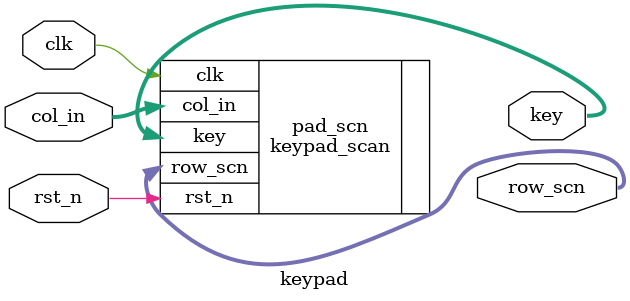
<source format=v>
`timescale 1ns / 1ps
`include "global.v"
module keypad(
	clk,
	rst_n,
	col_in,
	row_scn,
	key

);

	//Defs
	input clk;
	input rst_n;
	input [3:0] col_in;
	output [3:0] row_scn;
	output [3:0] key;

//Module Connection

keypad_scan pad_scn(
	.clk(clk),
	.rst_n(rst_n),
	.row_scn(row_scn),
	.col_in(col_in),
	.key(key)
);

endmodule

</source>
